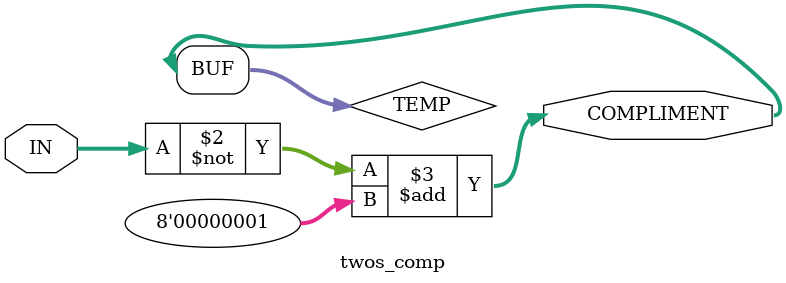
<source format=v>

module twos_comp (IN, COMPLIMENT);
	input [7:0] IN;
	output reg [7:0] COMPLIMENT;
	reg [7:0] TEMP;
	
	always @(IN) begin
		TEMP = ~IN + 8'b00_000_001;
		#1 COMPLIMENT = TEMP;
	end
endmodule
</source>
